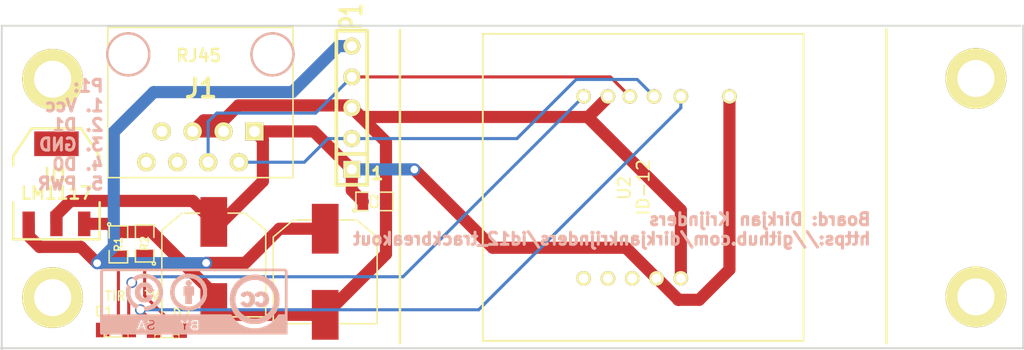
<source format=kicad_pcb>
(kicad_pcb (version 3) (host pcbnew "(2013-mar-25)-stable")
  (layers (15 F.Cu signal) (0 B.Cu signal) (18 B.Paste user) (19 F.Paste user) (20 B.SilkS user) (21 F.SilkS user) (22 B.Mask user) (23 F.Mask user) (28 Edge.Cuts user))
  (net 0 "")
  (net 1 N-000001)
  (net 2 N-000002)
  (net 3 N-000003)
  (net 4 N-000006)
  (net 5 N-000007)
  (net 6 N-000008)
  (net 7 VAA)
  (net 8 VCC)
  (net 9 VSS)
  (module RJ45_8 (layer F.Cu) (at 98.49 86.75 180)
    (fp_text reference J1 (at -0.05 -2.8 180) (layer F.SilkS) (effects (font (size 1.524 1.524) (thickness 0.3048))))
    (fp_text value RJ45 (at 0.14224 -0.1016 180) (layer F.SilkS) (effects (font (size 1.00076 1.00076) (thickness 0.2032))))
    (pad Hole np_thru_hole circle (at 5.93852 0 180) (size 3.64998 3.64998) (drill 3.2512) (layers *.Cu *.SilkS *.Mask))
    (pad Hole np_thru_hole circle (at -5.9309 0 180) (size 3.64998 3.64998) (drill 3.2512) (layers *.Cu *.SilkS *.Mask))
    (pad 1 thru_hole rect (at -4.445 -6.35 180) (size 1.50114 1.50114) (drill 0.89916) (layers *.Cu *.Mask F.SilkS) (net 8 VCC))
    (pad 2 thru_hole circle (at -3.175 -8.89 180) (size 1.50114 1.50114) (drill 0.89916) (layers *.Cu *.Mask F.SilkS) (net 4 N-000006))
    (pad 3 thru_hole circle (at -1.905 -6.35 180) (size 1.50114 1.50114) (drill 0.89916) (layers *.Cu *.Mask F.SilkS) (net 9 VSS))
    (pad 4 thru_hole circle (at -0.635 -8.89 180) (size 1.50114 1.50114) (drill 0.89916) (layers *.Cu *.Mask F.SilkS) (net 5 N-000007))
    (pad 5 thru_hole circle (at 0.635 -6.35 180) (size 1.50114 1.50114) (drill 0.89916) (layers *.Cu *.Mask F.SilkS) (net 9 VSS))
    (pad 6 thru_hole circle (at 1.905 -8.89 180) (size 1.50114 1.50114) (drill 0.89916) (layers *.Cu *.Mask F.SilkS))
    (pad 7 thru_hole circle (at 3.175 -6.35 180) (size 1.50114 1.50114) (drill 0.89916) (layers *.Cu *.Mask F.SilkS))
    (pad 8 thru_hole circle (at 4.445 -8.89 180) (size 1.50114 1.50114) (drill 0.89916) (layers *.Cu *.Mask F.SilkS))
  )
  (module SOT223 (layer F.Cu) (at 86.64 97.42)
    (fp_text reference U1 (at 0 -0.762) (layer F.SilkS) (effects (font (size 1.016 1.016) (thickness 0.2032))))
    (fp_text value LM1117 (at 0 0.762) (layer F.SilkS) (effects (font (size 1.016 1.016) (thickness 0.2032))))
    (pad 4 smd rect (at 0 -3.302) (size 3.6576 2.032) (layers F.Cu F.Paste F.Mask))
    (pad 2 smd rect (at 0 3.302) (size 1.016 2.032) (layers F.Cu F.Paste F.Mask) (net 8 VCC))
    (pad 3 smd rect (at 2.286 3.302) (size 1.016 2.032) (layers F.Cu F.Paste F.Mask) (net 9 VSS))
    (pad 1 smd rect (at -2.286 3.302) (size 1.016 2.032) (layers F.Cu F.Paste F.Mask) (net 7 VAA))
  )
  (module SM0805 (layer F.Cu) (at 112.81 98.87)
    (fp_text reference C2 (at 0 0 90) (layer F.SilkS) (effects (font (size 0.635 0.635) (thickness 0.127))))
    (fp_text value C hide)
    (pad 1 smd rect (at -0.9525 0) (size 0.889 1.397) (layers F.Cu F.Paste F.Mask) (net 8 VCC))
    (pad 2 smd rect (at 0.9525 0) (size 0.889 1.397) (layers F.Cu F.Paste F.Mask) (net 9 VSS))
  )
  (module SM0805 (layer F.Cu) (at 91.74 102.41 270)
    (fp_text reference R1 (at 0 0 270) (layer F.SilkS) (effects (font (size 0.635 0.635) (thickness 0.127))))
    (fp_text value R hide)
    (pad 1 smd rect (at -0.9525 0 270) (size 0.889 1.397) (layers F.Cu F.Paste F.Mask) (net 9 VSS))
    (pad 2 smd rect (at 0.9525 0 270) (size 0.889 1.397) (layers F.Cu F.Paste F.Mask) (net 2 N-000002))
  )
  (module SM0805 (layer F.Cu) (at 93.9 102.34 90)
    (fp_text reference R2 (at 0 0 90) (layer F.SilkS) (effects (font (size 0.635 0.635) (thickness 0.127))))
    (fp_text value R hide)
    (pad 1 smd rect (at -0.9525 0 90) (size 0.889 1.397) (layers F.Cu F.Paste F.Mask) (net 1 N-000001))
    (pad 2 smd rect (at 0.9525 0 90) (size 0.889 1.397) (layers F.Cu F.Paste F.Mask) (net 9 VSS))
  )
  (module LED-0805 (layer F.Cu) (at 91.54 109.47 180)
    (fp_text reference D1 (at 0.98 1.53 180) (layer F.SilkS) (effects (font (size 0.762 0.762) (thickness 0.127))))
    (fp_text value TiR (at 0.06 2.79 180) (layer F.SilkS) (effects (font (size 0.762 0.762) (thickness 0.127))))
    (pad 1 smd rect (at -1.04902 0 180) (size 1.19888 1.19888) (layers F.Cu F.Paste F.Mask) (net 3 N-000003))
    (pad 2 smd rect (at 1.04902 0 180) (size 1.19888 1.19888) (layers F.Cu F.Paste F.Mask) (net 2 N-000002))
  )
  (module LED-0805 (layer F.Cu) (at 95.73 109.52)
    (fp_text reference D2 (at 1.2 -1.39) (layer F.SilkS) (effects (font (size 0.762 0.762) (thickness 0.127))))
    (fp_text value TV (at -1.24 -2.88) (layer F.SilkS) (effects (font (size 0.762 0.762) (thickness 0.127))))
    (pad 1 smd rect (at -1.04902 0) (size 1.19888 1.19888) (layers F.Cu F.Paste F.Mask) (net 6 N-000008))
    (pad 2 smd rect (at 1.04902 0) (size 1.19888 1.19888) (layers F.Cu F.Paste F.Mask) (net 1 N-000001))
  )
  (module "M3 Standoff" (layer F.Cu) (at 86.33 88.8)
    (fp_text reference "" (at 0 -3.048) (layer F.SilkS) (effects (font (size 1.016 1.016) (thickness 0.254))))
    (fp_text value "" hide)
    (pad 1 thru_hole circle (at 0 0) (size 5.00126 5.00126) (drill 3.048) (layers *.Cu *.Mask F.SilkS) (clearance 1.00076))
  )
  (module "M3 Standoff" (layer F.Cu) (at 86.33 106.8)
    (fp_text reference "" (at 0 -3.048) (layer F.SilkS) (effects (font (size 1.016 1.016) (thickness 0.254))))
    (fp_text value "" hide)
    (pad 1 thru_hole circle (at 0 0) (size 5.00126 5.00126) (drill 3.048) (layers *.Cu *.Mask F.SilkS) (clearance 1.00076))
  )
  (module "M3 Standoff" (layer F.Cu) (at 162.32 106.74)
    (fp_text reference "" (at 0 -3.048) (layer F.SilkS) (effects (font (size 1.016 1.016) (thickness 0.254))))
    (fp_text value "" hide)
    (pad 1 thru_hole circle (at 0 0) (size 5.00126 5.00126) (drill 3.048) (layers *.Cu *.Mask F.SilkS) (clearance 1.00076))
  )
  (module "M3 Standoff" (layer F.Cu) (at 162.32 88.74)
    (fp_text reference "" (at 0 -3.048) (layer F.SilkS) (effects (font (size 1.016 1.016) (thickness 0.254))))
    (fp_text value "" hide)
    (pad 1 thru_hole circle (at 0 0) (size 5.00126 5.00126) (drill 3.048) (layers *.Cu *.Mask F.SilkS) (clearance 1.00076))
  )
  (module dp_devices-CC-BY-SA (layer B.Cu) (at 105.61 109.79 180)
    (fp_text reference "" (at 0 0 180) (layer B.SilkS) (effects (font (size 0.0004 0.0004) (thickness 0.00012)) (justify mirror)))
    (fp_text value "" (at 0 0 180) (layer B.SilkS) (effects (font (size 0.0004 0.0004) (thickness 0.00012)) (justify mirror)))
  )
  (module RFID_ID12 (layer F.Cu) (at 134.93 97.71 90)
    (fp_text reference U2 (at -0.05 -1.55 90) (layer F.SilkS))
    (fp_text value ID-12 (at 0 0 90) (layer F.SilkS))
    (pad 1 thru_hole circle (at -7.5 3.1 90) (size 1.2 1.2) (drill 0.8) (layers *.Cu *.Mask F.SilkS) (net 9 VSS))
    (pad 2 thru_hole circle (at -7.5 1.1 90) (size 1.2 1.2) (drill 0.8) (layers *.Cu *.Mask F.SilkS) (net 8 VCC))
    (pad 3 thru_hole circle (at -7.5 -0.9 90) (size 1.2 1.2) (drill 0.8) (layers *.Cu *.Mask F.SilkS))
    (pad 4 thru_hole circle (at -7.5 -2.9 90) (size 1.2 1.2) (drill 0.8) (layers *.Cu *.Mask F.SilkS))
    (pad 5 thru_hole circle (at -7.5 -4.9 90) (size 1.2 1.2) (drill 0.8) (layers *.Cu *.Mask F.SilkS))
    (pad 6 thru_hole circle (at 7.5 -4.9 90) (size 1.2 1.2) (drill 0.8) (layers *.Cu *.Mask F.SilkS) (net 3 N-000003))
    (pad 7 thru_hole circle (at 7.5 -2.9 90) (size 1.2 1.2) (drill 0.8) (layers *.Cu *.Mask F.SilkS) (net 9 VSS))
    (pad 8 thru_hole circle (at 7.5 0.9 90) (size 1.2 1.2) (drill 0.8) (layers *.Cu *.Mask F.SilkS) (net 4 N-000006))
    (pad 9 thru_hole circle (at 7.5 -1.1 90) (size 1.2 1.2) (drill 0.8) (layers *.Cu *.Mask F.SilkS) (net 5 N-000007))
    (pad 10 thru_hole circle (at 7.5 3.1 90) (size 1.2 1.2) (drill 0.8) (layers *.Cu *.Mask F.SilkS) (net 6 N-000008))
    (pad 11 thru_hole circle (at 7.5 7.1 90) (size 1.2 1.2) (drill 0.8) (layers *.Cu *.Mask F.SilkS) (net 8 VCC))
  )
  (module SIL-5 (layer F.Cu) (at 110.95 89.88 90)
    (fp_text reference P1 (at 6.25 -0.04 90) (layer F.SilkS) (effects (font (size 1.72974 1.08712) (thickness 0.3048))))
    (fp_text value CONN_5 hide)
    (pad 1 thru_hole rect (at -6.35 0 90) (size 1.397 1.397) (drill 0.8128) (layers *.Cu *.Mask F.SilkS) (net 8 VCC))
    (pad 2 thru_hole circle (at -3.81 0 90) (size 1.397 1.397) (drill 0.8128) (layers *.Cu *.Mask F.SilkS) (net 4 N-000006))
    (pad 3 thru_hole circle (at -1.27 0 90) (size 1.397 1.397) (drill 0.8128) (layers *.Cu *.Mask F.SilkS) (net 9 VSS))
    (pad 4 thru_hole circle (at 1.27 0 90) (size 1.397 1.397) (drill 0.8128) (layers *.Cu *.Mask F.SilkS) (net 5 N-000007))
    (pad 5 thru_hole circle (at 3.81 0 90) (size 1.397 1.397) (drill 0.8128) (layers *.Cu *.Mask F.SilkS) (net 7 VAA))
  )
  (module c-smd-8mmx10.5mm (layer F.Cu) (at 108.76 104.67 270)
    (fp_text reference C1)
    (fp_text value C hide)
    (pad 1 smd rect (at -3.54838 0 270) (size 4.09956 2.19964) (layers F.Cu F.Paste F.Mask) (net 7 VAA))
    (pad 2 smd rect (at 3.54838 0 270) (size 4.09956 2.19964) (layers F.Cu F.Paste F.Mask) (net 9 VSS))
  )
  (module c-smd-8mmx10.5mm (layer F.Cu) (at 99.59 104.11 270)
    (fp_text reference C3)
    (fp_text value CAPAPOL hide)
    (pad 1 smd rect (at -3.54838 0 270) (size 4.09956 2.19964) (layers F.Cu F.Paste F.Mask) (net 8 VCC))
    (pad 2 smd rect (at 3.54838 0 270) (size 4.09956 2.19964) (layers F.Cu F.Paste F.Mask) (net 9 VSS))
  )
  (gr_text "P1:\n1. Vcc\n2. D1\n3. GND\n4. D0\n5. PWR" (at 90.64 93.38) (layer B.SilkS) (effects (font (size 1 1) (thickness 0.25)) (justify left mirror)))
  (gr_text 1 (at 113.04 96.58) (layer F.SilkS) (effects (font (size 1 1) (thickness 0.25))))
  (gr_text "Board: Dirkjan Krijnders\nhttps://github.com/dirkjankrijnders/id12_trackbreakout" (at 153.78 101.15) (layer B.SilkS) (effects (font (size 1 1) (thickness 0.25)) (justify left mirror)))
  (gr_line (start 154.95 84.66) (end 154.95 110.57) (angle 90) (layer F.SilkS) (width 0.2))
  (gr_line (start 114.91 84.73) (end 114.91 110.57) (angle 90) (layer F.SilkS) (width 0.2))
  (gr_line (start 82.07 110.97) (end 166.14 110.97) (angle 90) (layer Edge.Cuts) (width 0.15))
  (gr_line (start 165.98 84.39) (end 82.14 84.39) (angle 90) (layer Edge.Cuts) (width 0.15))
  (gr_line (start 82.14 111.05) (end 82.14 84.39) (angle 90) (layer Edge.Cuts) (width 0.15))
  (gr_line (start 166.2 84.38) (end 166.2 110.99) (angle 90) (layer Edge.Cuts) (width 0.15))
  (segment (start 93.9 103.2925) (end 93.9 106.64098) (width 0.254) (layer F.Cu) (net 1))
  (segment (start 93.9 106.64098) (end 96.77902 109.52) (width 0.254) (layer F.Cu) (net 1))
  (segment (start 91.74 103.3625) (end 91.74 108.22098) (width 0.254) (layer F.Cu) (net 2))
  (segment (start 91.74 108.22098) (end 90.49098 109.47) (width 0.254) (layer F.Cu) (net 2))
  (segment (start 92.58902 109.47) (end 92.58902 105.81098) (width 0.254) (layer F.Cu) (net 3))
  (segment (start 115.16 105.08) (end 130.03 90.21) (width 0.254) (layer B.Cu) (net 3))
  (segment (start 93.32 105.08) (end 115.16 105.08) (width 0.254) (layer B.Cu) (net 3))
  (segment (start 92.84 105.56) (end 93.32 105.08) (width 0.254) (layer B.Cu) (net 3))
  (via (at 92.84 105.56) (size 0.889) (layers F.Cu B.Cu) (net 3))
  (segment (start 92.58902 105.81098) (end 92.84 105.56) (width 0.254) (layer F.Cu) (net 3))
  (segment (start 110.95 93.69) (end 108.99 93.69) (width 0.254) (layer B.Cu) (net 4))
  (segment (start 107.04 95.64) (end 101.665 95.64) (width 0.254) (layer B.Cu) (net 4))
  (segment (start 108.99 93.69) (end 107.04 95.64) (width 0.254) (layer B.Cu) (net 4))
  (segment (start 110.95 93.69) (end 124.54 93.69) (width 0.254) (layer B.Cu) (net 4))
  (segment (start 134.44 88.82) (end 135.83 90.21) (width 0.254) (layer B.Cu) (net 4))
  (segment (start 129.41 88.82) (end 134.44 88.82) (width 0.254) (layer B.Cu) (net 4))
  (segment (start 124.54 93.69) (end 129.41 88.82) (width 0.254) (layer B.Cu) (net 4))
  (segment (start 99.125 95.64) (end 99.125 92.305) (width 0.254) (layer B.Cu) (net 5))
  (segment (start 107.97 91.59) (end 110.95 88.61) (width 0.254) (layer B.Cu) (net 5))
  (segment (start 99.84 91.59) (end 107.97 91.59) (width 0.254) (layer B.Cu) (net 5))
  (segment (start 99.125 92.305) (end 99.84 91.59) (width 0.254) (layer B.Cu) (net 5))
  (segment (start 110.95 88.61) (end 132.23 88.61) (width 0.254) (layer F.Cu) (net 5))
  (segment (start 132.23 88.61) (end 133.83 90.21) (width 0.254) (layer F.Cu) (net 5))
  (segment (start 138.03 90.21) (end 138.03 91.16) (width 0.254) (layer B.Cu) (net 6))
  (segment (start 94.68098 108.93098) (end 94.68098 109.52) (width 0.254) (layer F.Cu) (net 6))
  (segment (start 93.55 107.8) (end 94.68098 108.93098) (width 0.254) (layer F.Cu) (net 6))
  (via (at 93.55 107.8) (size 0.889) (layers F.Cu B.Cu) (net 6))
  (segment (start 121.39 107.8) (end 93.55 107.8) (width 0.254) (layer B.Cu) (net 6))
  (segment (start 138.03 91.16) (end 121.39 107.8) (width 0.254) (layer B.Cu) (net 6))
  (segment (start 110.95 86.07) (end 109.84 86.07) (width 1) (layer B.Cu) (net 7))
  (segment (start 91.36 102.59) (end 89.99 103.96) (width 1) (layer B.Cu) (net 7))
  (segment (start 91.36 93.15) (end 91.36 102.59) (width 1) (layer B.Cu) (net 7))
  (segment (start 94.65 89.86) (end 91.36 93.15) (width 1) (layer B.Cu) (net 7))
  (segment (start 106.05 89.86) (end 94.65 89.86) (width 1) (layer B.Cu) (net 7))
  (segment (start 109.84 86.07) (end 106.05 89.86) (width 1) (layer B.Cu) (net 7))
  (segment (start 108.76 101.12162) (end 104.99838 101.12162) (width 1) (layer F.Cu) (net 7))
  (segment (start 84.354 101.724) (end 84.354 100.722) (width 1) (layer F.Cu) (net 7))
  (segment (start 85.25 102.62) (end 84.354 101.724) (width 1) (layer F.Cu) (net 7))
  (segment (start 88.65 102.62) (end 85.25 102.62) (width 1) (layer F.Cu) (net 7))
  (segment (start 89.99 103.96) (end 88.65 102.62) (width 1) (layer F.Cu) (net 7))
  (via (at 89.99 103.96) (size 0.889) (layers F.Cu B.Cu) (net 7))
  (segment (start 98.94 103.96) (end 89.99 103.96) (width 1) (layer B.Cu) (net 7))
  (segment (start 98.96 103.94) (end 98.94 103.96) (width 1) (layer B.Cu) (net 7))
  (via (at 98.96 103.94) (size 0.889) (layers F.Cu B.Cu) (net 7))
  (segment (start 102.18 103.94) (end 98.96 103.94) (width 1) (layer F.Cu) (net 7))
  (segment (start 104.99838 101.12162) (end 102.18 103.94) (width 1) (layer F.Cu) (net 7))
  (segment (start 110.95 96.23) (end 116.09 96.23) (width 1) (layer B.Cu) (net 8))
  (segment (start 133.51 102.69) (end 136.03 105.21) (width 1) (layer F.Cu) (net 8))
  (segment (start 122.55 102.69) (end 133.51 102.69) (width 1) (layer F.Cu) (net 8))
  (segment (start 116.1 96.24) (end 122.55 102.69) (width 1) (layer F.Cu) (net 8))
  (via (at 116.1 96.24) (size 0.889) (layers F.Cu B.Cu) (net 8))
  (segment (start 116.09 96.23) (end 116.1 96.24) (width 1) (layer B.Cu) (net 8))
  (segment (start 86.64 100.722) (end 86.64 99.98) (width 1) (layer F.Cu) (net 8))
  (segment (start 97.85838 98.83) (end 99.59 100.56162) (width 1) (layer F.Cu) (net 8))
  (segment (start 87.79 98.83) (end 97.85838 98.83) (width 1) (layer F.Cu) (net 8))
  (segment (start 86.64 99.98) (end 87.79 98.83) (width 1) (layer F.Cu) (net 8))
  (segment (start 99.59 100.56162) (end 100.27838 100.56162) (width 1) (layer F.Cu) (net 8))
  (segment (start 103.63 93.795) (end 102.935 93.1) (width 1) (layer F.Cu) (net 8))
  (segment (start 103.63 97.21) (end 103.63 93.795) (width 1) (layer F.Cu) (net 8))
  (segment (start 100.27838 100.56162) (end 103.63 97.21) (width 1) (layer F.Cu) (net 8))
  (segment (start 102.935 93.1) (end 107.82 93.1) (width 1) (layer F.Cu) (net 8))
  (segment (start 107.82 93.1) (end 110.95 96.23) (width 1) (layer F.Cu) (net 8))
  (segment (start 110.95 96.23) (end 110.95 97.9625) (width 1) (layer F.Cu) (net 8))
  (segment (start 110.95 97.9625) (end 111.8575 98.87) (width 1) (layer F.Cu) (net 8))
  (segment (start 136.03 105.21) (end 136.02 105.21) (width 1) (layer F.Cu) (net 8))
  (segment (start 136.03 105.21) (end 136.07 105.21) (width 1) (layer F.Cu) (net 8))
  (segment (start 136.07 105.21) (end 137.84 106.98) (width 1) (layer F.Cu) (net 8))
  (segment (start 142.03 90.21) (end 142.03 104.49) (width 1) (layer F.Cu) (net 8))
  (segment (start 139.54 106.98) (end 137.84 106.98) (width 1) (layer F.Cu) (net 8))
  (segment (start 142.03 104.49) (end 139.54 106.98) (width 1) (layer F.Cu) (net 8))
  (segment (start 137.84 106.98) (end 137.8 106.98) (width 1) (layer F.Cu) (net 8))
  (segment (start 130.36 91.91) (end 111.71 91.91) (width 1) (layer F.Cu) (net 9))
  (segment (start 111.71 91.91) (end 110.95 91.15) (width 1) (layer F.Cu) (net 9))
  (segment (start 88.926 100.722) (end 91.0045 100.722) (width 1) (layer F.Cu) (net 9))
  (segment (start 99.59 106.11) (end 99.59 107.65838) (width 1) (layer F.Cu) (net 9))
  (segment (start 94.4875 101.3875) (end 99.41 106.31) (width 1) (layer F.Cu) (net 9))
  (segment (start 91.67 101.3875) (end 94.4875 101.3875) (width 1) (layer F.Cu) (net 9))
  (segment (start 91.0045 100.722) (end 91.67 101.3875) (width 1) (layer F.Cu) (net 9))
  (segment (start 99.59 107.65838) (end 100.15 108.21838) (width 1) (layer F.Cu) (net 9))
  (segment (start 100.15 108.21838) (end 108.76 108.21838) (width 1) (layer F.Cu) (net 9))
  (segment (start 108.76 108.21838) (end 113.7625 103.21588) (width 1) (layer F.Cu) (net 9))
  (segment (start 113.7625 103.21588) (end 113.7625 93.9625) (width 1) (layer F.Cu) (net 9))
  (segment (start 113.7625 93.9625) (end 110.76 90.96) (width 1) (layer F.Cu) (net 9))
  (segment (start 110.76 90.96) (end 101.62 90.96) (width 1) (layer F.Cu) (net 9))
  (segment (start 101.62 90.96) (end 100.395 92.185) (width 1) (layer F.Cu) (net 9))
  (segment (start 100.395 92.185) (end 98.77 92.185) (width 1) (layer F.Cu) (net 9))
  (segment (start 98.77 92.185) (end 97.855 93.1) (width 1) (layer F.Cu) (net 9))
  (segment (start 97.855 93.1) (end 100.395 93.1) (width 1) (layer F.Cu) (net 9))
  (segment (start 138.03 105.21) (end 138.03 99.58) (width 1) (layer F.Cu) (net 9))
  (segment (start 138.03 99.58) (end 130.36 91.91) (width 1) (layer F.Cu) (net 9))
  (segment (start 132.03 90.21) (end 132.03 90.29) (width 1) (layer F.Cu) (net 9))
  (segment (start 130.41 91.91) (end 130.36 91.91) (width 1) (layer F.Cu) (net 9))
  (segment (start 132.03 90.29) (end 130.41 91.91) (width 1) (layer F.Cu) (net 9))
)
</source>
